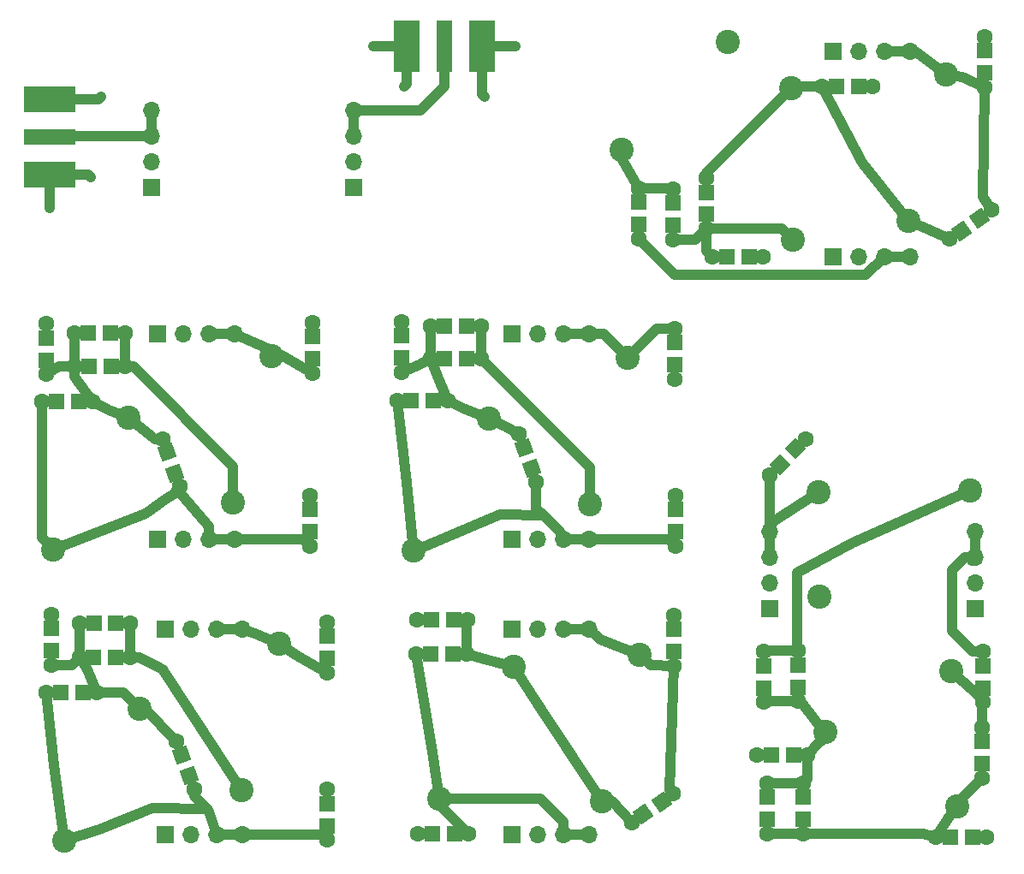
<source format=gbr>
%TF.GenerationSoftware,KiCad,Pcbnew,(6.0.11)*%
%TF.CreationDate,2023-03-05T01:45:00-06:00*%
%TF.ProjectId,BandPassFilter,42616e64-5061-4737-9346-696c7465722e,rev?*%
%TF.SameCoordinates,Original*%
%TF.FileFunction,Copper,L1,Top*%
%TF.FilePolarity,Positive*%
%FSLAX46Y46*%
G04 Gerber Fmt 4.6, Leading zero omitted, Abs format (unit mm)*
G04 Created by KiCad (PCBNEW (6.0.11)) date 2023-03-05 01:45:00*
%MOMM*%
%LPD*%
G01*
G04 APERTURE LIST*
G04 Aperture macros list*
%AMRotRect*
0 Rectangle, with rotation*
0 The origin of the aperture is its center*
0 $1 length*
0 $2 width*
0 $3 Rotation angle, in degrees counterclockwise*
0 Add horizontal line*
21,1,$1,$2,0,0,$3*%
G04 Aperture macros list end*
%TA.AperFunction,ComponentPad*%
%ADD10C,1.600000*%
%TD*%
%TA.AperFunction,SMDPad,CuDef*%
%ADD11R,1.524000X1.524000*%
%TD*%
%TA.AperFunction,SMDPad,CuDef*%
%ADD12RotRect,1.524000X1.524000X290.000000*%
%TD*%
%TA.AperFunction,SMDPad,CuDef*%
%ADD13RotRect,1.524000X1.524000X215.000000*%
%TD*%
%TA.AperFunction,SMDPad,CuDef*%
%ADD14RotRect,1.524000X1.524000X225.000000*%
%TD*%
%TA.AperFunction,ComponentPad*%
%ADD15C,2.400000*%
%TD*%
%TA.AperFunction,SMDPad,CuDef*%
%ADD16R,5.080000X2.500000*%
%TD*%
%TA.AperFunction,SMDPad,CuDef*%
%ADD17R,5.080000X1.500000*%
%TD*%
%TA.AperFunction,SMDPad,CuDef*%
%ADD18R,2.500000X5.080000*%
%TD*%
%TA.AperFunction,SMDPad,CuDef*%
%ADD19R,1.500000X5.080000*%
%TD*%
%TA.AperFunction,ComponentPad*%
%ADD20R,1.700000X1.700000*%
%TD*%
%TA.AperFunction,ComponentPad*%
%ADD21O,1.700000X1.700000*%
%TD*%
%TA.AperFunction,ViaPad*%
%ADD22C,0.600000*%
%TD*%
%TA.AperFunction,Conductor*%
%ADD23C,1.000000*%
%TD*%
G04 APERTURE END LIST*
D10*
%TO.P,C6,1*%
%TO.N,GND*%
X147701000Y-107442000D03*
D11*
X147701000Y-108842000D03*
D10*
%TO.P,C6,2*%
%TO.N,Net-(C5-Pad2)*%
X147701000Y-112442000D03*
D11*
X147701000Y-111042000D03*
%TD*%
D10*
%TO.P,C4,1*%
%TO.N,GND*%
X121580000Y-90450000D03*
D11*
X121580000Y-91850000D03*
D10*
%TO.P,C4,2*%
%TO.N,Net-(C2-Pad2)*%
X121580000Y-95450000D03*
D11*
X121580000Y-94050000D03*
%TD*%
D10*
%TO.P,C1,1*%
%TO.N,GND*%
X147940000Y-90330000D03*
D11*
X147940000Y-91730000D03*
D10*
%TO.P,C1,2*%
%TO.N,Net-(C1-Pad2)*%
X147940000Y-95330000D03*
D11*
X147940000Y-93930000D03*
%TD*%
D10*
%TO.P,C2,1*%
%TO.N,Net-(C2-Pad1)*%
X129400000Y-91360000D03*
D11*
X128000000Y-91360000D03*
D10*
%TO.P,C2,2*%
%TO.N,Net-(C2-Pad2)*%
X124400000Y-91360000D03*
D11*
X125800000Y-91360000D03*
%TD*%
D10*
%TO.P,C3,1*%
%TO.N,Net-(C2-Pad1)*%
X129420000Y-94720000D03*
D11*
X128020000Y-94720000D03*
D10*
%TO.P,C3,2*%
%TO.N,Net-(C2-Pad2)*%
X124420000Y-94720000D03*
D11*
X125820000Y-94720000D03*
%TD*%
D10*
%TO.P,C5,1*%
%TO.N,Net-(C2-Pad2)*%
X126200000Y-98180000D03*
D11*
X124800000Y-98180000D03*
D10*
%TO.P,C5,2*%
%TO.N,Net-(C5-Pad2)*%
X121200000Y-98180000D03*
D11*
X122600000Y-98180000D03*
%TD*%
D10*
%TO.P,C7,1*%
%TO.N,Net-(C2-Pad2)*%
X133096000Y-101854000D03*
D12*
X133574828Y-103169570D03*
D10*
%TO.P,C7,2*%
%TO.N,Net-(C5-Pad2)*%
X134806101Y-106552463D03*
D12*
X134327273Y-105236893D03*
%TD*%
D10*
%TO.P,C8,1*%
%TO.N,GND*%
X183760000Y-95950000D03*
D11*
X183760000Y-94550000D03*
D10*
%TO.P,C8,2*%
%TO.N,Net-(C8-Pad2)*%
X183760000Y-90950000D03*
D11*
X183760000Y-92350000D03*
%TD*%
D10*
%TO.P,C9,1*%
%TO.N,Net-(C10-Pad1)*%
X164610000Y-90730000D03*
D11*
X163210000Y-90730000D03*
D10*
%TO.P,C9,2*%
%TO.N,Net-(C10-Pad2)*%
X159610000Y-90730000D03*
D11*
X161010000Y-90730000D03*
%TD*%
D10*
%TO.P,C10,1*%
%TO.N,Net-(C10-Pad1)*%
X164630000Y-93950000D03*
D11*
X163230000Y-93950000D03*
D10*
%TO.P,C10,2*%
%TO.N,Net-(C10-Pad2)*%
X159630000Y-93950000D03*
D11*
X161030000Y-93950000D03*
%TD*%
D10*
%TO.P,C11,1*%
%TO.N,GND*%
X156770000Y-90250000D03*
D11*
X156770000Y-91650000D03*
D10*
%TO.P,C11,2*%
%TO.N,Net-(C10-Pad2)*%
X156770000Y-95250000D03*
D11*
X156770000Y-93850000D03*
%TD*%
D10*
%TO.P,C12,1*%
%TO.N,Net-(C10-Pad2)*%
X168370000Y-101390000D03*
D12*
X168848828Y-102705570D03*
D10*
%TO.P,C12,2*%
%TO.N,Net-(C12-Pad2)*%
X170080101Y-106088463D03*
D12*
X169601273Y-104772893D03*
%TD*%
D10*
%TO.P,C13,1*%
%TO.N,Net-(C10-Pad2)*%
X161300000Y-98100000D03*
D11*
X159900000Y-98100000D03*
D10*
%TO.P,C13,2*%
%TO.N,Net-(C12-Pad2)*%
X156300000Y-98100000D03*
D11*
X157700000Y-98100000D03*
%TD*%
D10*
%TO.P,C14,1*%
%TO.N,GND*%
X183850000Y-107460000D03*
D11*
X183850000Y-108860000D03*
D10*
%TO.P,C14,2*%
%TO.N,Net-(C12-Pad2)*%
X183850000Y-112460000D03*
D11*
X183850000Y-111060000D03*
%TD*%
D10*
%TO.P,C15,1*%
%TO.N,GND*%
X149420000Y-119970000D03*
D11*
X149420000Y-121370000D03*
D10*
%TO.P,C15,2*%
%TO.N,Net-(C15-Pad2)*%
X149420000Y-124970000D03*
D11*
X149420000Y-123570000D03*
%TD*%
D10*
%TO.P,C16,1*%
%TO.N,Net-(C16-Pad1)*%
X129920000Y-120090000D03*
D11*
X128520000Y-120090000D03*
D10*
%TO.P,C16,2*%
%TO.N,Net-(C16-Pad2)*%
X124920000Y-120090000D03*
D11*
X126320000Y-120090000D03*
%TD*%
D10*
%TO.P,C17,1*%
%TO.N,Net-(C16-Pad1)*%
X129890000Y-123440000D03*
D11*
X128490000Y-123440000D03*
D10*
%TO.P,C17,2*%
%TO.N,Net-(C16-Pad2)*%
X124890000Y-123440000D03*
D11*
X126290000Y-123440000D03*
%TD*%
D10*
%TO.P,C18,1*%
%TO.N,GND*%
X122140000Y-119190000D03*
D11*
X122140000Y-120590000D03*
D10*
%TO.P,C18,2*%
%TO.N,Net-(C16-Pad2)*%
X122140000Y-124190000D03*
D11*
X122140000Y-122790000D03*
%TD*%
D10*
%TO.P,C19,1*%
%TO.N,Net-(C16-Pad2)*%
X134530000Y-131790000D03*
D12*
X135008828Y-133105570D03*
D10*
%TO.P,C19,2*%
%TO.N,Net-(C19-Pad2)*%
X136240101Y-136488463D03*
D12*
X135761273Y-135172893D03*
%TD*%
D10*
%TO.P,C20,1*%
%TO.N,Net-(C16-Pad2)*%
X126650000Y-126960000D03*
D11*
X125250000Y-126960000D03*
D10*
%TO.P,C20,2*%
%TO.N,Net-(C19-Pad2)*%
X121650000Y-126960000D03*
D11*
X123050000Y-126960000D03*
%TD*%
D10*
%TO.P,C21,1*%
%TO.N,GND*%
X149420000Y-136510000D03*
D11*
X149420000Y-137910000D03*
D10*
%TO.P,C21,2*%
%TO.N,Net-(C19-Pad2)*%
X149420000Y-141510000D03*
D11*
X149420000Y-140110000D03*
%TD*%
D10*
%TO.P,C22,1*%
%TO.N,GND*%
X183680000Y-119300000D03*
D11*
X183680000Y-120700000D03*
D10*
%TO.P,C22,2*%
%TO.N,Net-(C22-Pad2)*%
X183680000Y-124300000D03*
D11*
X183680000Y-122900000D03*
%TD*%
D10*
%TO.P,C23,1*%
%TO.N,Net-(C22-Pad2)*%
X183620000Y-136930000D03*
D13*
X182473187Y-137733007D03*
D10*
%TO.P,C23,2*%
%TO.N,Net-(C23-Pad2)*%
X179524240Y-139797882D03*
D13*
X180671053Y-138994875D03*
%TD*%
D10*
%TO.P,C24,1*%
%TO.N,GND*%
X158310000Y-119750000D03*
D11*
X159710000Y-119750000D03*
D10*
%TO.P,C24,2*%
%TO.N,Net-(C23-Pad2)*%
X163310000Y-119750000D03*
D11*
X161910000Y-119750000D03*
%TD*%
D10*
%TO.P,C25,1*%
%TO.N,Net-(C23-Pad2)*%
X163230000Y-123100000D03*
D11*
X161830000Y-123100000D03*
D10*
%TO.P,C25,2*%
%TO.N,Net-(C25-Pad2)*%
X158230000Y-123100000D03*
D11*
X159630000Y-123100000D03*
%TD*%
D10*
%TO.P,C26,1*%
%TO.N,GND*%
X158380000Y-140930000D03*
D11*
X159780000Y-140930000D03*
D10*
%TO.P,C26,2*%
%TO.N,Net-(C25-Pad2)*%
X163380000Y-140930000D03*
D11*
X161980000Y-140930000D03*
%TD*%
D10*
%TO.P,C27,1*%
%TO.N,GND*%
X214375000Y-62050000D03*
D11*
X214375000Y-63450000D03*
D10*
%TO.P,C27,2*%
%TO.N,Net-(C27-Pad2)*%
X214375000Y-67050000D03*
D11*
X214375000Y-65650000D03*
%TD*%
D10*
%TO.P,C28,1*%
%TO.N,Net-(C27-Pad2)*%
X215075000Y-79200000D03*
D13*
X213928187Y-80003007D03*
D10*
%TO.P,C28,2*%
%TO.N,Net-(C28-Pad2)*%
X210979240Y-82067882D03*
D13*
X212126053Y-81264875D03*
%TD*%
D10*
%TO.P,C29,1*%
%TO.N,GND*%
X203360000Y-67000000D03*
D11*
X201960000Y-67000000D03*
D10*
%TO.P,C29,2*%
%TO.N,Net-(C28-Pad2)*%
X198360000Y-67000000D03*
D11*
X199760000Y-67000000D03*
%TD*%
D10*
%TO.P,C30,1*%
%TO.N,Net-(C28-Pad2)*%
X186930000Y-76050000D03*
D11*
X186930000Y-77450000D03*
D10*
%TO.P,C30,2*%
%TO.N,Net-(C30-Pad2)*%
X186930000Y-81050000D03*
D11*
X186930000Y-79650000D03*
%TD*%
D10*
%TO.P,C31,1*%
%TO.N,GND*%
X192520000Y-83880000D03*
D11*
X191120000Y-83880000D03*
D10*
%TO.P,C31,2*%
%TO.N,Net-(C30-Pad2)*%
X187520000Y-83880000D03*
D11*
X188920000Y-83880000D03*
%TD*%
D10*
%TO.P,C32,1*%
%TO.N,Net-(C30-Pad2)*%
X183580000Y-82140000D03*
D11*
X183580000Y-80740000D03*
D10*
%TO.P,C32,2*%
%TO.N,Net-(C32-Pad2)*%
X183580000Y-77140000D03*
D11*
X183580000Y-78540000D03*
%TD*%
D10*
%TO.P,C33,1*%
%TO.N,Net-(C32-Pad2)*%
X180170000Y-77060000D03*
D11*
X180170000Y-78460000D03*
D10*
%TO.P,C33,2*%
%TO.N,Net-(C33-Pad2)*%
X180170000Y-82060000D03*
D11*
X180170000Y-80660000D03*
%TD*%
D10*
%TO.P,C34,1*%
%TO.N,GND*%
X196726000Y-101856000D03*
D14*
X195736051Y-102845949D03*
D10*
%TO.P,C34,2*%
%TO.N,Net-(C34-Pad2)*%
X193190466Y-105391534D03*
D14*
X194180416Y-104401584D03*
%TD*%
D10*
%TO.P,C35,1*%
%TO.N,Net-(C35-Pad1)*%
X192610000Y-122890000D03*
D11*
X192610000Y-124290000D03*
D10*
%TO.P,C35,2*%
%TO.N,Net-(C35-Pad2)*%
X192610000Y-127890000D03*
D11*
X192610000Y-126490000D03*
%TD*%
D10*
%TO.P,C36,1*%
%TO.N,Net-(C35-Pad1)*%
X196000000Y-122810000D03*
D11*
X196000000Y-124210000D03*
D10*
%TO.P,C36,2*%
%TO.N,Net-(C35-Pad2)*%
X196000000Y-127810000D03*
D11*
X196000000Y-126410000D03*
%TD*%
D10*
%TO.P,C37,1*%
%TO.N,GND*%
X191900000Y-133098000D03*
D11*
X193300000Y-133098000D03*
D10*
%TO.P,C37,2*%
%TO.N,Net-(C35-Pad2)*%
X196900000Y-133098000D03*
D11*
X195500000Y-133098000D03*
%TD*%
D10*
%TO.P,C38,1*%
%TO.N,Net-(C35-Pad2)*%
X196472000Y-135892000D03*
D11*
X196472000Y-137292000D03*
D10*
%TO.P,C38,2*%
%TO.N,Net-(C38-Pad2)*%
X196472000Y-140892000D03*
D11*
X196472000Y-139492000D03*
%TD*%
D10*
%TO.P,C39,1*%
%TO.N,Net-(C35-Pad2)*%
X192916000Y-135892000D03*
D11*
X192916000Y-137292000D03*
D10*
%TO.P,C39,2*%
%TO.N,Net-(C38-Pad2)*%
X192916000Y-140892000D03*
D11*
X192916000Y-139492000D03*
%TD*%
D10*
%TO.P,C40,1*%
%TO.N,GND*%
X214610000Y-141220000D03*
D11*
X213210000Y-141220000D03*
D10*
%TO.P,C40,2*%
%TO.N,Net-(C38-Pad2)*%
X209610000Y-141220000D03*
D11*
X211010000Y-141220000D03*
%TD*%
D10*
%TO.P,C41,1*%
%TO.N,Net-(C38-Pad2)*%
X214160000Y-135380000D03*
D11*
X214160000Y-133980000D03*
D10*
%TO.P,C41,2*%
%TO.N,Net-(C41-Pad2)*%
X214160000Y-130380000D03*
D11*
X214160000Y-131780000D03*
%TD*%
D10*
%TO.P,C42,1*%
%TO.N,Net-(C41-Pad2)*%
X214270000Y-127910000D03*
D11*
X214270000Y-126510000D03*
D10*
%TO.P,C42,2*%
%TO.N,Net-(C42-Pad2)*%
X214270000Y-122910000D03*
D11*
X214270000Y-124310000D03*
%TD*%
D15*
%TO.P,L2,1*%
%TO.N,Net-(C1-Pad2)*%
X143868600Y-93639452D03*
%TO.P,L2,2*%
%TO.N,Net-(C2-Pad1)*%
X140114472Y-108152326D03*
%TD*%
%TO.P,L3,1*%
%TO.N,Net-(C2-Pad2)*%
X129720000Y-99739705D03*
%TO.P,L3,2*%
%TO.N,Net-(C5-Pad2)*%
X122337583Y-112786425D03*
%TD*%
%TO.P,L1,1*%
%TO.N,Net-(C8-Pad2)*%
X179132600Y-93813452D03*
%TO.P,L1,2*%
%TO.N,Net-(C10-Pad1)*%
X175378472Y-108326326D03*
%TD*%
%TO.P,L4,1*%
%TO.N,Net-(C10-Pad2)*%
X165360000Y-99849705D03*
%TO.P,L4,2*%
%TO.N,Net-(C12-Pad2)*%
X157977583Y-112896425D03*
%TD*%
%TO.P,L5,1*%
%TO.N,Net-(C15-Pad2)*%
X144692600Y-122083452D03*
%TO.P,L5,2*%
%TO.N,Net-(C16-Pad1)*%
X140938472Y-136596326D03*
%TD*%
%TO.P,L6,1*%
%TO.N,Net-(C16-Pad2)*%
X130820000Y-128579705D03*
%TO.P,L6,2*%
%TO.N,Net-(C19-Pad2)*%
X123437583Y-141626425D03*
%TD*%
%TO.P,L7,1*%
%TO.N,Net-(C22-Pad2)*%
X180282600Y-123213452D03*
%TO.P,L7,2*%
%TO.N,Net-(C23-Pad2)*%
X176528472Y-137726326D03*
%TD*%
%TO.P,L8,1*%
%TO.N,Net-(C23-Pad2)*%
X167880000Y-124409705D03*
%TO.P,L8,2*%
%TO.N,Net-(C25-Pad2)*%
X160497583Y-137456425D03*
%TD*%
%TO.P,L9,1*%
%TO.N,Net-(C27-Pad2)*%
X210642600Y-65803452D03*
%TO.P,L9,2*%
%TO.N,Net-(C28-Pad2)*%
X206888472Y-80316326D03*
%TD*%
%TO.P,L10,1*%
%TO.N,Net-(C28-Pad2)*%
X195310000Y-67140000D03*
%TO.P,L10,2*%
%TO.N,Net-(C30-Pad2)*%
X195440000Y-82130000D03*
%TD*%
%TO.P,L11,1*%
%TO.N,Net-(C32-Pad2)*%
X178496051Y-73253949D03*
%TO.P,L11,2*%
%TO.N,GND*%
X189003658Y-62562494D03*
%TD*%
%TO.P,L12,1*%
%TO.N,Net-(C34-Pad2)*%
X197990000Y-107125000D03*
%TO.P,L12,2*%
%TO.N,Net-(C35-Pad1)*%
X212980000Y-106995000D03*
%TD*%
%TO.P,L13,1*%
%TO.N,Net-(C35-Pad2)*%
X198649705Y-130845000D03*
%TO.P,L13,2*%
%TO.N,Net-(C38-Pad2)*%
X211696425Y-138227417D03*
%TD*%
%TO.P,L14,1*%
%TO.N,Net-(C41-Pad2)*%
X211125295Y-124830000D03*
%TO.P,L14,2*%
%TO.N,GND*%
X198078575Y-117447583D03*
%TD*%
D16*
%TO.P,J13,2,Ext*%
%TO.N,GND*%
X122000000Y-68250000D03*
X122000000Y-75750000D03*
D17*
%TO.P,J13,1,In*%
%TO.N,Net-(J13-Pad1)*%
X122000000Y-72000000D03*
%TD*%
D18*
%TO.P,J16,2,Ext*%
%TO.N,GND*%
X164750000Y-63000000D03*
X157250000Y-63000000D03*
D19*
%TO.P,J16,1,In*%
%TO.N,Net-(J15-Pad3)*%
X161000000Y-63000000D03*
%TD*%
D20*
%TO.P,J1,1,Pin_1*%
%TO.N,GND*%
X132588000Y-111760000D03*
D21*
%TO.P,J1,2,Pin_2*%
X135128000Y-111760000D03*
%TO.P,J1,3,Pin_3*%
%TO.N,Net-(C5-Pad2)*%
X137668000Y-111760000D03*
%TO.P,J1,4,Pin_4*%
X140208000Y-111760000D03*
%TD*%
D20*
%TO.P,J2,1,Pin_1*%
%TO.N,GND*%
X132588000Y-91440000D03*
D21*
%TO.P,J2,2,Pin_2*%
X135128000Y-91440000D03*
%TO.P,J2,3,Pin_3*%
%TO.N,Net-(C1-Pad2)*%
X137668000Y-91440000D03*
%TO.P,J2,4,Pin_4*%
X140208000Y-91440000D03*
%TD*%
D20*
%TO.P,J3,1,Pin_1*%
%TO.N,GND*%
X167640000Y-91440000D03*
D21*
%TO.P,J3,2,Pin_2*%
X170180000Y-91440000D03*
%TO.P,J3,3,Pin_3*%
%TO.N,Net-(C8-Pad2)*%
X172720000Y-91440000D03*
%TO.P,J3,4,Pin_4*%
X175260000Y-91440000D03*
%TD*%
D20*
%TO.P,J4,1,Pin_1*%
%TO.N,GND*%
X167640000Y-111760000D03*
D21*
%TO.P,J4,2,Pin_2*%
X170180000Y-111760000D03*
%TO.P,J4,3,Pin_3*%
%TO.N,Net-(C12-Pad2)*%
X172720000Y-111760000D03*
%TO.P,J4,4,Pin_4*%
X175260000Y-111760000D03*
%TD*%
D20*
%TO.P,J5,1,Pin_1*%
%TO.N,GND*%
X133350000Y-120650000D03*
D21*
%TO.P,J5,2,Pin_2*%
X135890000Y-120650000D03*
%TO.P,J5,3,Pin_3*%
%TO.N,Net-(C15-Pad2)*%
X138430000Y-120650000D03*
%TO.P,J5,4,Pin_4*%
X140970000Y-120650000D03*
%TD*%
D20*
%TO.P,J6,1,Pin_1*%
%TO.N,GND*%
X133350000Y-140970000D03*
D21*
%TO.P,J6,2,Pin_2*%
X135890000Y-140970000D03*
%TO.P,J6,3,Pin_3*%
%TO.N,Net-(C19-Pad2)*%
X138430000Y-140970000D03*
%TO.P,J6,4,Pin_4*%
X140970000Y-140970000D03*
%TD*%
D20*
%TO.P,J7,1,Pin_1*%
%TO.N,GND*%
X167640000Y-120650000D03*
D21*
%TO.P,J7,2,Pin_2*%
X170180000Y-120650000D03*
%TO.P,J7,3,Pin_3*%
%TO.N,Net-(C22-Pad2)*%
X172720000Y-120650000D03*
%TO.P,J7,4,Pin_4*%
X175260000Y-120650000D03*
%TD*%
D20*
%TO.P,J8,1,Pin_1*%
%TO.N,GND*%
X167640000Y-140970000D03*
D21*
%TO.P,J8,2,Pin_2*%
X170180000Y-140970000D03*
%TO.P,J8,3,Pin_3*%
%TO.N,Net-(C25-Pad2)*%
X172720000Y-140970000D03*
%TO.P,J8,4,Pin_4*%
X175260000Y-140970000D03*
%TD*%
D20*
%TO.P,J9,1,Pin_1*%
%TO.N,GND*%
X199390000Y-63500000D03*
D21*
%TO.P,J9,2,Pin_2*%
X201930000Y-63500000D03*
%TO.P,J9,3,Pin_3*%
%TO.N,Net-(C27-Pad2)*%
X204470000Y-63500000D03*
%TO.P,J9,4,Pin_4*%
X207010000Y-63500000D03*
%TD*%
D20*
%TO.P,J10,1,Pin_1*%
%TO.N,GND*%
X199390000Y-83820000D03*
D21*
%TO.P,J10,2,Pin_2*%
X201930000Y-83820000D03*
%TO.P,J10,3,Pin_3*%
%TO.N,Net-(C33-Pad2)*%
X204470000Y-83820000D03*
%TO.P,J10,4,Pin_4*%
X207010000Y-83820000D03*
%TD*%
D20*
%TO.P,J11,1,Pin_1*%
%TO.N,GND*%
X193170000Y-118620000D03*
D21*
%TO.P,J11,2,Pin_2*%
X193170000Y-116080000D03*
%TO.P,J11,3,Pin_3*%
%TO.N,Net-(C34-Pad2)*%
X193170000Y-113540000D03*
%TO.P,J11,4,Pin_4*%
X193170000Y-111000000D03*
%TD*%
D20*
%TO.P,J12,1,Pin_1*%
%TO.N,GND*%
X213490000Y-118620000D03*
D21*
%TO.P,J12,2,Pin_2*%
X213490000Y-116080000D03*
%TO.P,J12,3,Pin_3*%
%TO.N,Net-(C42-Pad2)*%
X213490000Y-113540000D03*
%TO.P,J12,4,Pin_4*%
X213490000Y-111000000D03*
%TD*%
D20*
%TO.P,J14,1,Pin_1*%
%TO.N,GND*%
X132000000Y-77000000D03*
D21*
%TO.P,J14,2,Pin_2*%
X132000000Y-74460000D03*
%TO.P,J14,3,Pin_3*%
%TO.N,Net-(J13-Pad1)*%
X132000000Y-71920000D03*
%TO.P,J14,4,Pin_4*%
X132000000Y-69380000D03*
%TD*%
D20*
%TO.P,J15,1,Pin_1*%
%TO.N,GND*%
X152000000Y-77000000D03*
D21*
%TO.P,J15,2,Pin_2*%
X152000000Y-74460000D03*
%TO.P,J15,3,Pin_3*%
%TO.N,Net-(J15-Pad3)*%
X152000000Y-71920000D03*
%TO.P,J15,4,Pin_4*%
X152000000Y-69380000D03*
%TD*%
D22*
%TO.N,GND*%
X127000000Y-68000000D03*
X157000000Y-67000000D03*
X165000000Y-68000000D03*
X154000000Y-63000000D03*
X122000000Y-79000000D03*
X168000000Y-63000000D03*
X126000000Y-76000000D03*
%TD*%
D23*
%TO.N,GND*%
X126750000Y-68250000D02*
X127000000Y-68000000D01*
X125750000Y-75750000D02*
X126000000Y-76000000D01*
X157250000Y-66750000D02*
X157000000Y-67000000D01*
X164750000Y-67750000D02*
X165000000Y-68000000D01*
X157250000Y-63000000D02*
X154000000Y-63000000D01*
X122000000Y-75750000D02*
X122000000Y-79000000D01*
X157250000Y-63000000D02*
X157250000Y-66750000D01*
X122000000Y-75750000D02*
X125750000Y-75750000D01*
X122000000Y-68250000D02*
X126750000Y-68250000D01*
X164750000Y-63000000D02*
X164750000Y-67750000D01*
X164750000Y-63000000D02*
X168000000Y-63000000D01*
%TO.N,Net-(C1-Pad2)*%
X144876819Y-93596819D02*
X147940000Y-95330000D01*
X141960000Y-92190000D02*
X143868600Y-93068600D01*
X143868600Y-93068600D02*
X143868600Y-93639452D01*
X143657269Y-93572819D02*
X144876819Y-93596819D01*
X140208000Y-91440000D02*
X141960000Y-92190000D01*
X137668000Y-91440000D02*
X140208000Y-91440000D01*
%TO.N,Net-(C2-Pad2)*%
X122850000Y-94720000D02*
X121580000Y-95450000D01*
X124420000Y-95670000D02*
X126200000Y-98180000D01*
X127830000Y-98960000D02*
X129720000Y-99739705D01*
X132342295Y-101854000D02*
X129720000Y-99739705D01*
X124420000Y-91380000D02*
X124400000Y-91360000D01*
X124420000Y-94720000D02*
X122850000Y-94720000D01*
X126200000Y-98180000D02*
X127830000Y-98960000D01*
X133096000Y-101854000D02*
X132342295Y-101854000D01*
X124420000Y-94720000D02*
X124420000Y-94860000D01*
X124420000Y-94720000D02*
X124420000Y-95670000D01*
X124420000Y-94720000D02*
X124420000Y-91380000D01*
%TO.N,Net-(C2-Pad1)*%
X140114472Y-104554472D02*
X130280000Y-94720000D01*
X130280000Y-94720000D02*
X129420000Y-94720000D01*
X129400000Y-94700000D02*
X129420000Y-94720000D01*
X140114472Y-108152326D02*
X140114472Y-104554472D01*
X129400000Y-91360000D02*
X129400000Y-94700000D01*
%TO.N,Net-(C8-Pad2)*%
X176759148Y-91440000D02*
X179132600Y-93813452D01*
X181996052Y-90950000D02*
X179132600Y-93813452D01*
X172720000Y-91440000D02*
X175260000Y-91440000D01*
X183760000Y-90950000D02*
X181996052Y-90950000D01*
X175260000Y-91440000D02*
X176759148Y-91440000D01*
%TO.N,Net-(C10-Pad1)*%
X175378472Y-104698472D02*
X164630000Y-93950000D01*
X164630000Y-90750000D02*
X164610000Y-90730000D01*
X164630000Y-93950000D02*
X164630000Y-90750000D01*
X175378472Y-108326326D02*
X175378472Y-104698472D01*
%TO.N,Net-(C10-Pad2)*%
X158500000Y-94510000D02*
X156770000Y-95250000D01*
X160390000Y-95870000D02*
X161300000Y-98100000D01*
X162860000Y-98800000D02*
X165360000Y-99849705D01*
X167030000Y-100640000D02*
X168370000Y-101390000D01*
X159610000Y-93930000D02*
X159630000Y-93950000D01*
X159610000Y-90730000D02*
X159610000Y-93930000D01*
X165360000Y-99849705D02*
X167030000Y-100640000D01*
X161300000Y-98100000D02*
X162860000Y-98800000D01*
X159630000Y-93950000D02*
X160390000Y-95870000D01*
X159630000Y-93950000D02*
X158500000Y-94510000D01*
%TO.N,Net-(C5-Pad2)*%
X147019000Y-111760000D02*
X147701000Y-112442000D01*
X121930000Y-112118842D02*
X122337583Y-112786425D01*
X121200000Y-111648842D02*
X122337583Y-112786425D01*
X134540000Y-106854000D02*
X137668000Y-110490000D01*
X137668000Y-110490000D02*
X137668000Y-111760000D01*
X133520000Y-107720000D02*
X131430000Y-109270000D01*
X131430000Y-109270000D02*
X122337583Y-112786425D01*
X121200000Y-98180000D02*
X121200000Y-111648842D01*
X134170000Y-107340000D02*
X133520000Y-107720000D01*
X137668000Y-111760000D02*
X140208000Y-111760000D01*
X140208000Y-111760000D02*
X147019000Y-111760000D01*
X134170000Y-107340000D02*
X134540000Y-106854000D01*
%TO.N,Net-(C15-Pad2)*%
X142430000Y-121190000D02*
X144692600Y-122083452D01*
X146470000Y-123280000D02*
X149420000Y-124970000D01*
X140970000Y-120650000D02*
X142430000Y-121190000D01*
X144692600Y-122083452D02*
X146470000Y-123280000D01*
X138430000Y-120650000D02*
X140970000Y-120650000D01*
%TO.N,Net-(C16-Pad1)*%
X129920000Y-123410000D02*
X129890000Y-123440000D01*
X130810000Y-123440000D02*
X133160000Y-124670000D01*
X133160000Y-124670000D02*
X140938472Y-136596326D01*
X129890000Y-123440000D02*
X130810000Y-123440000D01*
X129920000Y-120090000D02*
X129920000Y-123410000D01*
%TO.N,Net-(C12-Pad2)*%
X183150000Y-111760000D02*
X183850000Y-112460000D01*
X157250000Y-106230000D02*
X157977583Y-112896425D01*
X158123575Y-112896425D02*
X166470000Y-109330000D01*
X166470000Y-109330000D02*
X170820000Y-109440000D01*
X170820000Y-109440000D02*
X172401818Y-111021818D01*
X172401818Y-111021818D02*
X172720000Y-111760000D01*
X170080101Y-108700101D02*
X170820000Y-109440000D01*
X156300000Y-98100000D02*
X157250000Y-106230000D01*
X170080101Y-106088463D02*
X170080101Y-108700101D01*
X157977583Y-112896425D02*
X158123575Y-112896425D01*
X175260000Y-111760000D02*
X183150000Y-111760000D01*
X172720000Y-111760000D02*
X175260000Y-111760000D01*
%TO.N,Net-(C16-Pad2)*%
X129200295Y-126960000D02*
X130820000Y-128579705D01*
X131319705Y-128579705D02*
X134530000Y-131790000D01*
X125660000Y-124640000D02*
X126650000Y-126960000D01*
X124920000Y-123410000D02*
X124890000Y-123440000D01*
X126650000Y-126960000D02*
X129200295Y-126960000D01*
X130820000Y-128579705D02*
X131319705Y-128579705D01*
X124920000Y-120090000D02*
X124920000Y-123410000D01*
X124890000Y-123440000D02*
X125660000Y-124640000D01*
X124140000Y-124190000D02*
X124890000Y-123440000D01*
X122140000Y-124190000D02*
X124140000Y-124190000D01*
%TO.N,Net-(C22-Pad2)*%
X176380000Y-121660000D02*
X180282600Y-123213452D01*
X181400000Y-124240000D02*
X183680000Y-124300000D01*
X183280000Y-136590000D02*
X183620000Y-136930000D01*
X180282600Y-123213452D02*
X181400000Y-124240000D01*
X183680000Y-124300000D02*
X183280000Y-136590000D01*
X172720000Y-120650000D02*
X175260000Y-120650000D01*
X175260000Y-120650000D02*
X176380000Y-121660000D01*
%TO.N,Net-(C19-Pad2)*%
X148880000Y-140970000D02*
X149420000Y-141510000D01*
X136240101Y-137160101D02*
X137550000Y-138470000D01*
X137670000Y-138740000D02*
X138430000Y-140970000D01*
X126900000Y-140450000D02*
X132100000Y-138390000D01*
X132100000Y-138390000D02*
X137550000Y-138470000D01*
X137550000Y-138470000D02*
X137670000Y-138740000D01*
X122410000Y-134110000D02*
X123437583Y-141626425D01*
X138430000Y-140970000D02*
X140970000Y-140970000D01*
X136240101Y-136488463D02*
X136240101Y-137160101D01*
X123437583Y-141626425D02*
X126900000Y-140450000D01*
X121650000Y-126960000D02*
X122410000Y-134110000D01*
X140970000Y-140970000D02*
X148880000Y-140970000D01*
%TO.N,Net-(C25-Pad2)*%
X159870000Y-133360000D02*
X160497583Y-137456425D01*
X160497583Y-138047583D02*
X163380000Y-140930000D01*
X170476425Y-137456425D02*
X172720000Y-139700000D01*
X172720000Y-139700000D02*
X172720000Y-140970000D01*
X160497583Y-137456425D02*
X160497583Y-138047583D01*
X175260000Y-140970000D02*
X172720000Y-140970000D01*
X158230000Y-123100000D02*
X159870000Y-133360000D01*
X160497583Y-137456425D02*
X170476425Y-137456425D01*
%TO.N,Net-(C27-Pad2)*%
X207529148Y-63500000D02*
X210642600Y-65803452D01*
X212213452Y-66103452D02*
X214375000Y-67050000D01*
X214250000Y-77890000D02*
X215075000Y-79200000D01*
X207010000Y-63500000D02*
X207529148Y-63500000D01*
X210642600Y-65803452D02*
X212213452Y-66103452D01*
X214375000Y-67050000D02*
X214250000Y-77890000D01*
X204470000Y-63500000D02*
X207010000Y-63500000D01*
%TO.N,Net-(C28-Pad2)*%
X208675000Y-81050000D02*
X210979240Y-82067882D01*
X202300000Y-74520000D02*
X198360000Y-67000000D01*
X195450000Y-67000000D02*
X195310000Y-67140000D01*
X186930000Y-75520000D02*
X195310000Y-67140000D01*
X206888472Y-80316326D02*
X202300000Y-74520000D01*
X206888472Y-80316326D02*
X208675000Y-81050000D01*
X198360000Y-67000000D02*
X195450000Y-67000000D01*
X186930000Y-76050000D02*
X186930000Y-75520000D01*
%TO.N,Net-(C30-Pad2)*%
X185840000Y-82140000D02*
X186930000Y-81050000D01*
X186930000Y-83290000D02*
X187520000Y-83880000D01*
X194360000Y-81050000D02*
X195440000Y-82130000D01*
X186930000Y-81050000D02*
X186930000Y-83290000D01*
X183580000Y-82140000D02*
X185840000Y-82140000D01*
X186930000Y-81050000D02*
X194360000Y-81050000D01*
%TO.N,Net-(C23-Pad2)*%
X177602684Y-137666326D02*
X179524240Y-139797882D01*
X170290000Y-128190000D02*
X176528472Y-137726326D01*
X164990000Y-123660000D02*
X163230000Y-123100000D01*
X163230000Y-119830000D02*
X163310000Y-119750000D01*
X163230000Y-123100000D02*
X163230000Y-119830000D01*
X167880000Y-124409705D02*
X170290000Y-128190000D01*
X176528472Y-137726326D02*
X177602684Y-137666326D01*
X167880000Y-124409705D02*
X164990000Y-123660000D01*
%TO.N,Net-(C33-Pad2)*%
X202640000Y-85650000D02*
X183760000Y-85650000D01*
X183760000Y-85650000D02*
X180170000Y-82060000D01*
X180170000Y-82060000D02*
X180170000Y-80910000D01*
X204470000Y-83820000D02*
X202640000Y-85650000D01*
X204470000Y-83820000D02*
X207010000Y-83820000D01*
%TO.N,Net-(C34-Pad2)*%
X193170000Y-110238000D02*
X197990000Y-107125000D01*
X193190466Y-110979534D02*
X193170000Y-111000000D01*
X193170000Y-111000000D02*
X193170000Y-113540000D01*
X193190466Y-105391534D02*
X193190466Y-110979534D01*
X193170000Y-111000000D02*
X193170000Y-110238000D01*
%TO.N,Net-(C32-Pad2)*%
X178496051Y-74106051D02*
X180170000Y-77060000D01*
X183500000Y-77060000D02*
X183580000Y-77140000D01*
X178496051Y-73253949D02*
X178496051Y-74106051D01*
X180170000Y-77060000D02*
X183500000Y-77060000D01*
%TO.N,Net-(C35-Pad1)*%
X201375000Y-112150000D02*
X195875000Y-115075000D01*
X195875000Y-115075000D02*
X195890000Y-119610000D01*
X195890000Y-119610000D02*
X195850000Y-119650000D01*
X195850000Y-122660000D02*
X196000000Y-122810000D01*
X192690000Y-122810000D02*
X192610000Y-122890000D01*
X212980000Y-106995000D02*
X201375000Y-112150000D01*
X196000000Y-122810000D02*
X192690000Y-122810000D01*
X195850000Y-119650000D02*
X195850000Y-122660000D01*
%TO.N,Net-(C38-Pad2)*%
X210840000Y-139270000D02*
X211696425Y-138227417D01*
X208316000Y-140892000D02*
X209610000Y-141220000D01*
X211696425Y-137868575D02*
X214160000Y-135380000D01*
X211696425Y-138227417D02*
X211696425Y-137868575D01*
X196472000Y-140892000D02*
X208316000Y-140892000D01*
X209610000Y-141220000D02*
X210840000Y-139270000D01*
X192916000Y-140892000D02*
X196472000Y-140892000D01*
%TO.N,Net-(C35-Pad2)*%
X196177705Y-127810000D02*
X198903705Y-131353000D01*
X198060000Y-131885000D02*
X196900000Y-133098000D01*
X196900000Y-135464000D02*
X196472000Y-135892000D01*
X192690000Y-127810000D02*
X192610000Y-127890000D01*
X196000000Y-127810000D02*
X192690000Y-127810000D01*
X196000000Y-127810000D02*
X196177705Y-127810000D01*
X192916000Y-135892000D02*
X196472000Y-135892000D01*
X198903705Y-131353000D02*
X198060000Y-131885000D01*
X196900000Y-133098000D02*
X196900000Y-135464000D01*
%TO.N,Net-(C42-Pad2)*%
X213170000Y-113860000D02*
X213490000Y-113540000D01*
X213260000Y-122910000D02*
X211200000Y-120850000D01*
X211200000Y-120850000D02*
X211200000Y-114790000D01*
X211200000Y-114790000D02*
X212450000Y-113540000D01*
X212450000Y-113540000D02*
X213490000Y-113540000D01*
X214270000Y-122910000D02*
X213260000Y-122910000D01*
X213490000Y-113540000D02*
X213490000Y-111000000D01*
%TO.N,Net-(J13-Pad1)*%
X122080000Y-71920000D02*
X122000000Y-72000000D01*
X132000000Y-69380000D02*
X132000000Y-71920000D01*
X132000000Y-71920000D02*
X122080000Y-71920000D01*
%TO.N,Net-(J15-Pad3)*%
X158620000Y-69380000D02*
X161000000Y-67000000D01*
X161000000Y-67000000D02*
X161000000Y-63000000D01*
X152000000Y-69380000D02*
X158620000Y-69380000D01*
X152000000Y-69380000D02*
X152000000Y-71920000D01*
%TO.N,Net-(C41-Pad2)*%
X214160000Y-128020000D02*
X214270000Y-127910000D01*
X214270000Y-127579705D02*
X211125295Y-124830000D01*
X214160000Y-130380000D02*
X214160000Y-128020000D01*
X214270000Y-127910000D02*
X214270000Y-127579705D01*
%TD*%
M02*

</source>
